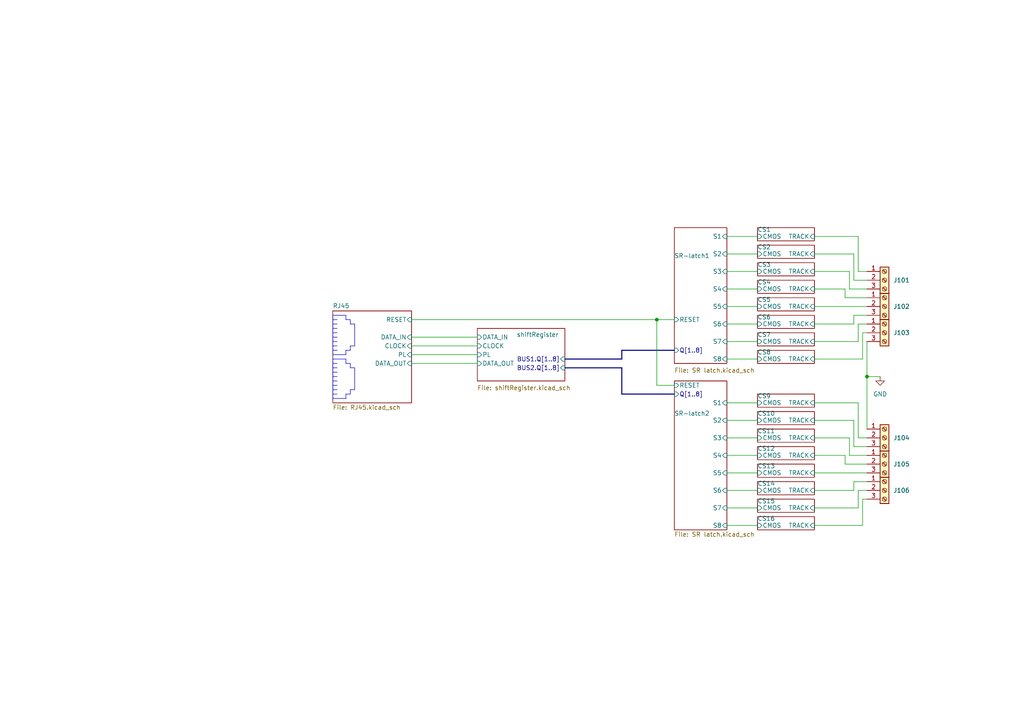
<source format=kicad_sch>
(kicad_sch (version 20231120) (generator "eeschema") (generator_version "8.0")
  (paper "A4")
  (lib_symbols
    (symbol "Connector:Screw_Terminal_01x03" (pin_names (offset 1.016) hide)
      (property "Reference" "J" (at 0 5.08 0))
      (property "Value" "Screw_Terminal_01x03" (at 0 -5.08 0))
      (symbol "Screw_Terminal_01x03_1_1"
        (rectangle (start -1.27 3.81) (end 1.27 -3.81) (stroke (width 0.254)) (fill (type background)))
        (circle (center 0 -2.54) (radius 0.635) (stroke (width 0.1524)))
        (polyline (pts (xy -0.5334 -2.2098) (xy 0.3302 -3.048)) (stroke (width 0.1524)))
        (polyline (pts (xy -0.5334 0.3302) (xy 0.3302 -0.508)) (stroke (width 0.1524)))
        (polyline (pts (xy -0.5334 2.8702) (xy 0.3302 2.032)) (stroke (width 0.1524)))
        (polyline (pts (xy -0.3556 -2.032) (xy 0.508 -2.8702)) (stroke (width 0.1524)))
        (polyline (pts (xy -0.3556 0.508) (xy 0.508 -0.3302)) (stroke (width 0.1524)))
        (polyline (pts (xy -0.3556 3.048) (xy 0.508 2.2098)) (stroke (width 0.1524)))
        (circle (center 0 0) (radius 0.635) (stroke (width 0.1524)))
        (circle (center 0 2.54) (radius 0.635) (stroke (width 0.1524)))
        (pin passive line (at -5.08 2.54 0) (length 3.81) (name "Pin_1") (number "1"))
        (pin passive line (at -5.08 0 0) (length 3.81) (name "Pin_2") (number "2"))
        (pin passive line (at -5.08 -2.54 0) (length 3.81) (name "Pin_3") (number "3"))
      )
    )
    (symbol "power:GND" (power) (pin_names (offset 0))
      (property "Value" "GND" (at 0 -3.81 0))
      (symbol "GND_0_1"
        (polyline (pts (xy 0 0) (xy 0 -1.27) (xy 1.27 -1.27) (xy 0 -2.54) (xy -1.27 -1.27) (xy 0 -1.27)))
      )
      (symbol "GND_1_1"
        (pin power_in line (at 0 0 270) (length 0) hide (name "GND") (number "1"))
      )
    )
  )
  (junction (at 251.46 109.22))
  (junction (at 190.5 92.71))
  (bus (pts (xy 180.34 104.14) (xy 163.83 104.14)))
  (wire (pts (xy 236.22 121.92) (xy 247.65 121.92)))
  (wire (pts (xy 210.82 132.08) (xy 219.71 132.08)))
  (wire (pts (xy 248.92 78.74) (xy 248.92 68.58)))
  (polyline (pts (xy 100.33 105.41) (xy 101.6 105.41)))
  (wire (pts (xy 236.22 152.4) (xy 250.19 152.4)))
  (wire (pts (xy 190.5 92.71) (xy 190.5 111.76)))
  (polyline (pts (xy 102.87 113.03) (xy 101.6 113.03)))
  (polyline (pts (xy 96.52 95.25) (xy 97.79 95.25)))
  (polyline (pts (xy 96.52 96.52) (xy 97.79 96.52)))
  (polyline (pts (xy 101.6 105.41) (xy 101.6 106.68)))
  (polyline (pts (xy 101.6 101.6) (xy 100.33 101.6)))
  (wire (pts (xy 247.65 93.98) (xy 247.65 91.44)))
  (wire (pts (xy 247.65 91.44) (xy 251.46 91.44)))
  (wire (pts (xy 236.22 93.98) (xy 247.65 93.98)))
  (wire (pts (xy 248.92 147.32) (xy 248.92 142.24)))
  (polyline (pts (xy 100.33 101.6) (xy 100.33 102.87)))
  (polyline (pts (xy 101.6 100.33) (xy 101.6 101.6)))
  (wire (pts (xy 210.82 88.9) (xy 219.71 88.9)))
  (polyline (pts (xy 96.52 104.14) (xy 96.52 115.57)))
  (wire (pts (xy 250.19 144.78) (xy 251.46 144.78)))
  (polyline (pts (xy 100.33 104.14) (xy 100.33 105.41)))
  (wire (pts (xy 246.38 127) (xy 246.38 132.08)))
  (polyline (pts (xy 101.6 93.98) (xy 102.87 93.98)))
  (wire (pts (xy 246.38 132.08) (xy 251.46 132.08)))
  (polyline (pts (xy 100.33 102.87) (xy 96.52 102.87)))
  (wire (pts (xy 210.82 93.98) (xy 219.71 93.98)))
  (wire (pts (xy 210.82 152.4) (xy 219.71 152.4)))
  (wire (pts (xy 236.22 127) (xy 246.38 127)))
  (polyline (pts (xy 100.33 91.44) (xy 100.33 92.71)))
  (wire (pts (xy 245.11 134.62) (xy 245.11 132.08)))
  (wire (pts (xy 210.82 73.66) (xy 219.71 73.66)))
  (polyline (pts (xy 96.52 100.33) (xy 97.79 100.33)))
  (wire (pts (xy 248.92 99.06) (xy 248.92 93.98)))
  (polyline (pts (xy 96.52 91.44) (xy 96.52 102.87)))
  (polyline (pts (xy 96.52 105.41) (xy 97.79 105.41)))
  (polyline (pts (xy 101.6 92.71) (xy 101.6 93.98)))
  (polyline (pts (xy 100.33 115.57) (xy 96.52 115.57)))
  (wire (pts (xy 236.22 137.16) (xy 251.46 137.16)))
  (wire (pts (xy 236.22 78.74) (xy 246.38 78.74)))
  (polyline (pts (xy 96.52 111.76) (xy 97.79 111.76)))
  (wire (pts (xy 236.22 104.14) (xy 250.19 104.14)))
  (wire (pts (xy 248.92 68.58) (xy 236.22 68.58)))
  (wire (pts (xy 245.11 83.82) (xy 236.22 83.82)))
  (bus (pts (xy 163.83 106.68) (xy 180.34 106.68)))
  (wire (pts (xy 119.38 105.41) (xy 138.43 105.41)))
  (bus (pts (xy 180.34 114.3) (xy 195.58 114.3)))
  (polyline (pts (xy 96.52 101.6) (xy 97.79 101.6)))
  (polyline (pts (xy 96.52 91.44) (xy 100.33 91.44)))
  (bus (pts (xy 180.34 106.68) (xy 180.34 114.3)))
  (wire (pts (xy 119.38 100.33) (xy 138.43 100.33)))
  (bus (pts (xy 180.34 101.6) (xy 180.34 104.14)))
  (bus (pts (xy 195.58 101.6) (xy 180.34 101.6)))
  (polyline (pts (xy 96.52 114.3) (xy 97.79 114.3)))
  (wire (pts (xy 245.11 86.36) (xy 251.46 86.36)))
  (wire (pts (xy 210.82 78.74) (xy 219.71 78.74)))
  (polyline (pts (xy 96.52 104.14) (xy 100.33 104.14)))
  (wire (pts (xy 236.22 88.9) (xy 251.46 88.9)))
  (wire (pts (xy 245.11 134.62) (xy 251.46 134.62)))
  (polyline (pts (xy 96.52 107.95) (xy 97.79 107.95)))
  (wire (pts (xy 251.46 109.22) (xy 251.46 124.46)))
  (polyline (pts (xy 96.52 110.49) (xy 97.79 110.49)))
  (polyline (pts (xy 100.33 114.3) (xy 100.33 115.57)))
  (wire (pts (xy 245.11 132.08) (xy 236.22 132.08)))
  (wire (pts (xy 210.82 99.06) (xy 219.71 99.06)))
  (polyline (pts (xy 101.6 114.3) (xy 100.33 114.3)))
  (wire (pts (xy 251.46 99.06) (xy 251.46 109.22)))
  (wire (pts (xy 250.19 96.52) (xy 251.46 96.52)))
  (polyline (pts (xy 102.87 106.68) (xy 102.87 113.03)))
  (polyline (pts (xy 100.33 92.71) (xy 101.6 92.71)))
  (wire (pts (xy 210.82 83.82) (xy 219.71 83.82)))
  (wire (pts (xy 248.92 127) (xy 248.92 116.84)))
  (wire (pts (xy 247.65 129.54) (xy 251.46 129.54)))
  (wire (pts (xy 210.82 116.84) (xy 219.71 116.84)))
  (wire (pts (xy 246.38 78.74) (xy 246.38 83.82)))
  (wire (pts (xy 248.92 127) (xy 251.46 127)))
  (wire (pts (xy 248.92 142.24) (xy 251.46 142.24)))
  (polyline (pts (xy 102.87 100.33) (xy 101.6 100.33)))
  (polyline (pts (xy 96.52 106.68) (xy 97.79 106.68)))
  (wire (pts (xy 246.38 83.82) (xy 251.46 83.82)))
  (wire (pts (xy 119.38 92.71) (xy 190.5 92.71)))
  (wire (pts (xy 250.19 104.14) (xy 250.19 96.52)))
  (polyline (pts (xy 102.87 93.98) (xy 102.87 100.33)))
  (wire (pts (xy 245.11 86.36) (xy 245.11 83.82)))
  (wire (pts (xy 119.38 102.87) (xy 138.43 102.87)))
  (wire (pts (xy 210.82 68.58) (xy 219.71 68.58)))
  (wire (pts (xy 247.65 139.7) (xy 251.46 139.7)))
  (wire (pts (xy 250.19 152.4) (xy 250.19 144.78)))
  (wire (pts (xy 255.27 109.22) (xy 251.46 109.22)))
  (wire (pts (xy 236.22 147.32) (xy 248.92 147.32)))
  (wire (pts (xy 210.82 121.92) (xy 219.71 121.92)))
  (wire (pts (xy 210.82 147.32) (xy 219.71 147.32)))
  (polyline (pts (xy 96.52 97.79) (xy 97.79 97.79)))
  (wire (pts (xy 236.22 142.24) (xy 247.65 142.24)))
  (polyline (pts (xy 96.52 92.71) (xy 97.79 92.71)))
  (wire (pts (xy 236.22 99.06) (xy 248.92 99.06)))
  (wire (pts (xy 248.92 78.74) (xy 251.46 78.74)))
  (polyline (pts (xy 96.52 109.22) (xy 97.79 109.22)))
  (wire (pts (xy 210.82 127) (xy 219.71 127)))
  (wire (pts (xy 195.58 111.76) (xy 190.5 111.76)))
  (wire (pts (xy 210.82 137.16) (xy 219.71 137.16)))
  (wire (pts (xy 210.82 104.14) (xy 219.71 104.14)))
  (polyline (pts (xy 101.6 106.68) (xy 102.87 106.68)))
  (wire (pts (xy 247.65 81.28) (xy 251.46 81.28)))
  (polyline (pts (xy 96.52 99.06) (xy 97.79 99.06)))
  (wire (pts (xy 248.92 93.98) (xy 251.46 93.98)))
  (wire (pts (xy 119.38 97.79) (xy 138.43 97.79)))
  (wire (pts (xy 247.65 121.92) (xy 247.65 129.54)))
  (polyline (pts (xy 96.52 113.03) (xy 97.79 113.03)))
  (wire (pts (xy 190.5 92.71) (xy 195.58 92.71)))
  (polyline (pts (xy 96.52 93.98) (xy 97.79 93.98)))
  (polyline (pts (xy 101.6 113.03) (xy 101.6 114.3)))
  (wire (pts (xy 236.22 73.66) (xy 247.65 73.66)))
  (wire (pts (xy 247.65 142.24) (xy 247.65 139.7)))
  (wire (pts (xy 247.65 73.66) (xy 247.65 81.28)))
  (wire (pts (xy 248.92 116.84) (xy 236.22 116.84)))
  (wire (pts (xy 210.82 142.24) (xy 219.71 142.24)))
  (symbol (lib_id "Connector:Screw_Terminal_01x03") (at 256.54 81.28 0) (unit 1)
    (property "Reference" "J101" (at 259.08 81.28 0) (effects (justify left)))
    (property "Value" "Screw_Terminal_01x03" (effects (hide yes)))
    (property "Footprint" "TerminalBlock_Phoenix:TerminalBlock_Phoenix_MKDS-1,5-3-5.08_1x03_P5.08mm_Horizontal" (effects (hide yes)))
    (property "JLCPCB Part#" "C557666" (effects (hide yes)))
  )
  (symbol (lib_id "Connector:Screw_Terminal_01x03") (at 256.54 96.52 0) (unit 1)
    (property "Reference" "J103" (at 259.08 96.52 0) (effects (justify left)))
    (property "Value" "Screw_Terminal_01x03" (effects (hide yes)))
    (property "Footprint" "TerminalBlock_Phoenix:TerminalBlock_Phoenix_MKDS-1,5-3-5.08_1x03_P5.08mm_Horizontal" (effects (hide yes)))
    (property "JLCPCB Part#" "C557666" (effects (hide yes)))
  )
  (symbol (lib_id "Connector:Screw_Terminal_01x03") (at 256.54 142.24 0) (unit 1)
    (property "Reference" "J106" (at 259.08 142.24 0) (effects (justify left)))
    (property "Value" "Screw_Terminal_01x03" (effects (hide yes)))
    (property "Footprint" "TerminalBlock_Phoenix:TerminalBlock_Phoenix_MKDS-1,5-3-5.08_1x03_P5.08mm_Horizontal" (effects (hide yes)))
    (property "JLCPCB Part#" "C557666" (effects (hide yes)))
  )
  (symbol (lib_id "Connector:Screw_Terminal_01x03") (at 256.54 88.9 0) (unit 1)
    (property "Reference" "J102" (at 259.08 88.9 0) (effects (justify left)))
    (property "Value" "Screw_Terminal_01x03" (effects (hide yes)))
    (property "Footprint" "TerminalBlock_Phoenix:TerminalBlock_Phoenix_MKDS-1,5-3-5.08_1x03_P5.08mm_Horizontal" (effects (hide yes)))
    (property "JLCPCB Part#" "C557666" (effects (hide yes)))
  )
  (symbol (lib_id "power:GND") (at 255.27 109.22 0) (mirror y) (unit 1)
    (property "Reference" "#PWR0101" (effects (hide yes)))
    (property "Value" "GND" (at 255.27 114.3 0))
  )
  (symbol (lib_id "Connector:Screw_Terminal_01x03") (at 256.54 134.62 0) (unit 1)
    (property "Reference" "J105" (at 259.08 134.62 0) (effects (justify left)))
    (property "Value" "Screw_Terminal_01x03" (effects (hide yes)))
    (property "Footprint" "TerminalBlock_Phoenix:TerminalBlock_Phoenix_MKDS-1,5-3-5.08_1x03_P5.08mm_Horizontal" (effects (hide yes)))
    (property "JLCPCB Part#" "C557666" (effects (hide yes)))
  )
  (symbol (lib_id "Connector:Screw_Terminal_01x03") (at 256.54 127 0) (unit 1)
    (property "Reference" "J104" (at 259.08 127 0) (effects (justify left)))
    (property "Value" "Screw_Terminal_01x03" (effects (hide yes)))
    (property "Footprint" "TerminalBlock_Phoenix:TerminalBlock_Phoenix_MKDS-1,5-3-5.08_1x03_P5.08mm_Horizontal" (effects (hide yes)))
    (property "JLCPCB Part#" "C557666" (effects (hide yes)))
  )
  (sheet (at 219.71 134.62) (size 16.51 3.81) (stroke (width 0.1524))
    (property "Sheetname" "CS13" (at 219.71 135.89 0) (effects (justify left bottom)))
    (property "Sheetfile" "current sensor.kicad_sch" (effects (hide yes)))
    (pin "TRACK" input (at 236.22 137.16 0))
    (pin "CMOS" input (at 219.71 137.16 180))
  )
  (sheet (at 195.58 110.49) (size 15.24 43.18) (stroke (width 0.1524))
    (property "Sheetname" "SR-latch2" (at 195.58 120.65 0) (effects (justify left bottom)))
    (property "Sheetfile" "SR latch.kicad_sch" (at 195.58 154.2546 0) (effects (justify left top)))
    (pin "S6" input (at 210.82 142.24 0))
    (pin "S5" input (at 210.82 137.16 0))
    (pin "S7" input (at 210.82 147.32 0))
    (pin "S8" input (at 210.82 152.4 0))
    (pin "S3" input (at 210.82 127 0))
    (pin "S4" input (at 210.82 132.08 0))
    (pin "S1" input (at 210.82 116.84 0))
    (pin "S2" input (at 210.82 121.92 0))
    (pin "RESET" input (at 195.58 111.76 180))
    (pin "Q[1..8]" input (at 195.58 114.3 180))
  )
  (sheet (at 219.71 71.12) (size 16.51 3.81) (stroke (width 0.1524))
    (property "Sheetname" "CS2" (at 219.71 72.39 0) (effects (justify left bottom)))
    (property "Sheetfile" "current sensor.kicad_sch" (effects (hide yes)))
    (pin "TRACK" input (at 236.22 73.66 0))
    (pin "CMOS" input (at 219.71 73.66 180))
  )
  (sheet (at 138.43 95.25) (size 25.4 15.24) (stroke (width 0.1524))
    (property "Sheetname" "shiftRegister" (at 149.86 97.79 0) (effects (justify left bottom)))
    (property "Sheetfile" "shiftRegister.kicad_sch" (at 138.43 111.76 0) (effects (justify left top)))
    (pin "BUS2.Q[1..8]" input (at 163.83 106.68 0))
    (pin "BUS1.Q[1..8]" input (at 163.83 104.14 0))
    (pin "CLOCK" input (at 138.43 100.33 180))
    (pin "PL" input (at 138.43 102.87 180))
    (pin "DATA_IN" input (at 138.43 97.79 180))
    (pin "DATA_OUT" input (at 138.43 105.41 180))
  )
  (sheet (at 219.71 81.28) (size 16.51 3.81) (stroke (width 0.1524))
    (property "Sheetname" "CS4" (at 219.71 82.55 0) (effects (justify left bottom)))
    (property "Sheetfile" "current sensor.kicad_sch" (effects (hide yes)))
    (pin "TRACK" input (at 236.22 83.82 0))
    (pin "CMOS" input (at 219.71 83.82 180))
  )
  (sheet (at 195.58 66.04) (size 15.24 39.37) (stroke (width 0.1524))
    (property "Sheetname" "SR-latch1" (at 195.58 74.93 0) (effects (justify left bottom)))
    (property "Sheetfile" "SR latch.kicad_sch" (at 195.58 106.68 0) (effects (justify left top)))
    (pin "S6" input (at 210.82 93.98 0))
    (pin "S5" input (at 210.82 88.9 0))
    (pin "S7" input (at 210.82 99.06 0))
    (pin "S8" input (at 210.82 104.14 0))
    (pin "S3" input (at 210.82 78.74 0))
    (pin "S4" input (at 210.82 83.82 0))
    (pin "S1" input (at 210.82 68.58 0))
    (pin "S2" input (at 210.82 73.66 0))
    (pin "RESET" input (at 195.58 92.71 180))
    (pin "Q[1..8]" input (at 195.58 101.6 180))
  )
  (sheet (at 219.71 96.52) (size 16.51 3.81) (stroke (width 0.1524))
    (property "Sheetname" "CS7" (at 219.71 97.79 0) (effects (justify left bottom)))
    (property "Sheetfile" "current sensor.kicad_sch" (effects (hide yes)))
    (pin "TRACK" input (at 236.22 99.06 0))
    (pin "CMOS" input (at 219.71 99.06 180))
  )
  (sheet (at 219.71 124.46) (size 16.51 3.81) (stroke (width 0.1524))
    (property "Sheetname" "CS11" (at 219.71 125.73 0) (effects (justify left bottom)))
    (property "Sheetfile" "current sensor.kicad_sch" (effects (hide yes)))
    (pin "TRACK" input (at 236.22 127 0))
    (pin "CMOS" input (at 219.71 127 180))
  )
  (sheet (at 219.71 149.86) (size 16.51 3.81) (stroke (width 0.1524))
    (property "Sheetname" "CS16" (at 219.71 151.13 0) (effects (justify left bottom)))
    (property "Sheetfile" "current sensor.kicad_sch" (effects (hide yes)))
    (pin "TRACK" input (at 236.22 152.4 0))
    (pin "CMOS" input (at 219.71 152.4 180))
  )
  (sheet (at 219.71 91.44) (size 16.51 3.81) (stroke (width 0.1524))
    (property "Sheetname" "CS6" (at 219.71 92.71 0) (effects (justify left bottom)))
    (property "Sheetfile" "current sensor.kicad_sch" (effects (hide yes)))
    (pin "TRACK" input (at 236.22 93.98 0))
    (pin "CMOS" input (at 219.71 93.98 180))
  )
  (sheet (at 219.71 119.38) (size 16.51 3.81) (stroke (width 0.1524))
    (property "Sheetname" "CS10" (at 219.71 120.65 0) (effects (justify left bottom)))
    (property "Sheetfile" "current sensor.kicad_sch" (effects (hide yes)))
    (pin "TRACK" input (at 236.22 121.92 0))
    (pin "CMOS" input (at 219.71 121.92 180))
  )
  (sheet (at 219.71 129.54) (size 16.51 3.81) (stroke (width 0.1524))
    (property "Sheetname" "CS12" (at 219.71 130.81 0) (effects (justify left bottom)))
    (property "Sheetfile" "current sensor.kicad_sch" (effects (hide yes)))
    (pin "TRACK" input (at 236.22 132.08 0))
    (pin "CMOS" input (at 219.71 132.08 180))
  )
  (sheet (at 219.71 86.36) (size 16.51 3.81) (stroke (width 0.1524))
    (property "Sheetname" "CS5" (at 219.71 87.63 0) (effects (justify left bottom)))
    (property "Sheetfile" "current sensor.kicad_sch" (effects (hide yes)))
    (pin "TRACK" input (at 236.22 88.9 0))
    (pin "CMOS" input (at 219.71 88.9 180))
  )
  (sheet (at 96.52 90.17) (size 22.86 26.67) (stroke (width 0.1524))
    (property "Sheetname" "RJ45" (at 96.52 89.4584 0) (effects (justify left bottom)))
    (property "Sheetfile" "RJ45.kicad_sch" (at 96.52 117.4246 0) (effects (justify left top)))
    (pin "DATA_IN" input (at 119.38 97.79 0))
    (pin "PL" input (at 119.38 102.87 0))
    (pin "CLOCK" input (at 119.38 100.33 0))
    (pin "RESET" input (at 119.38 92.71 0))
    (pin "DATA_OUT" input (at 119.38 105.41 0))
  )
  (sheet (at 219.71 101.6) (size 16.51 3.81) (stroke (width 0.1524))
    (property "Sheetname" "CS8" (at 219.71 102.87 0) (effects (justify left bottom)))
    (property "Sheetfile" "current sensor.kicad_sch" (effects (hide yes)))
    (pin "TRACK" input (at 236.22 104.14 0))
    (pin "CMOS" input (at 219.71 104.14 180))
  )
  (sheet (at 219.71 114.3) (size 16.51 3.81) (stroke (width 0.1524))
    (property "Sheetname" "CS9" (at 219.71 115.57 0) (effects (justify left bottom)))
    (property "Sheetfile" "current sensor.kicad_sch" (effects (hide yes)))
    (pin "TRACK" input (at 236.22 116.84 0))
    (pin "CMOS" input (at 219.71 116.84 180))
  )
  (sheet (at 219.71 76.2) (size 16.51 3.81) (stroke (width 0.1524))
    (property "Sheetname" "CS3" (at 219.71 77.47 0) (effects (justify left bottom)))
    (property "Sheetfile" "current sensor.kicad_sch" (effects (hide yes)))
    (pin "TRACK" input (at 236.22 78.74 0))
    (pin "CMOS" input (at 219.71 78.74 180))
  )
  (sheet (at 219.71 139.7) (size 16.51 3.81) (stroke (width 0.1524))
    (property "Sheetname" "CS14" (at 219.71 140.97 0) (effects (justify left bottom)))
    (property "Sheetfile" "current sensor.kicad_sch" (effects (hide yes)))
    (pin "TRACK" input (at 236.22 142.24 0))
    (pin "CMOS" input (at 219.71 142.24 180))
  )
  (sheet (at 219.71 66.04) (size 16.51 3.81) (stroke (width 0.1524))
    (property "Sheetname" "CS1" (at 219.71 67.31 0) (effects (justify left bottom)))
    (property "Sheetfile" "current sensor.kicad_sch" (effects (hide yes)))
    (pin "TRACK" input (at 236.22 68.58 0))
    (pin "CMOS" input (at 219.71 68.58 180))
  )
  (sheet (at 219.71 144.78) (size 16.51 3.81) (stroke (width 0.1524))
    (property "Sheetname" "CS15" (at 219.71 146.05 0) (effects (justify left bottom)))
    (property "Sheetfile" "current sensor.kicad_sch" (effects (hide yes)))
    (pin "TRACK" input (at 236.22 147.32 0))
    (pin "CMOS" input (at 219.71 147.32 180))
  )
)
</source>
